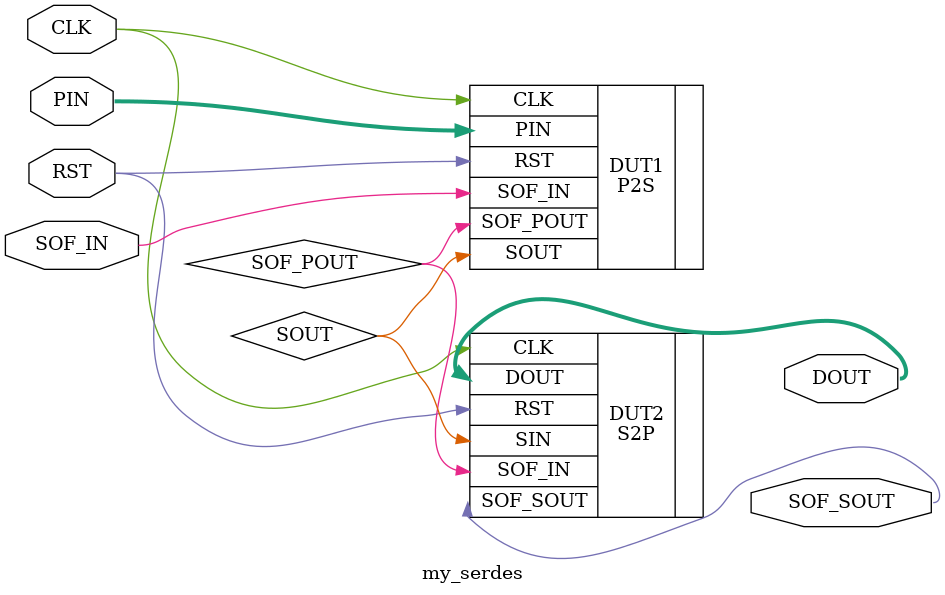
<source format=v>
`timescale 1ns / 1ps

module my_serdes(
    input CLK,
    input RST,
    input SOF_IN,
    input [7:0]PIN,
    output SOF_SOUT,
    output [7:0] DOUT
    );
    
    wire SOUT;
    wire SOF_POUT;

P2S DUT1(.CLK(CLK), .RST(RST), .SOF_IN(SOF_IN), .PIN(PIN), .SOF_POUT(SOF_POUT), .SOUT(SOUT));
S2P DUT2(.CLK(CLK), .RST(RST), .SOF_IN(SOF_POUT), .SIN(SOUT), .SOF_SOUT(SOF_SOUT), .DOUT(DOUT));

endmodule

</source>
